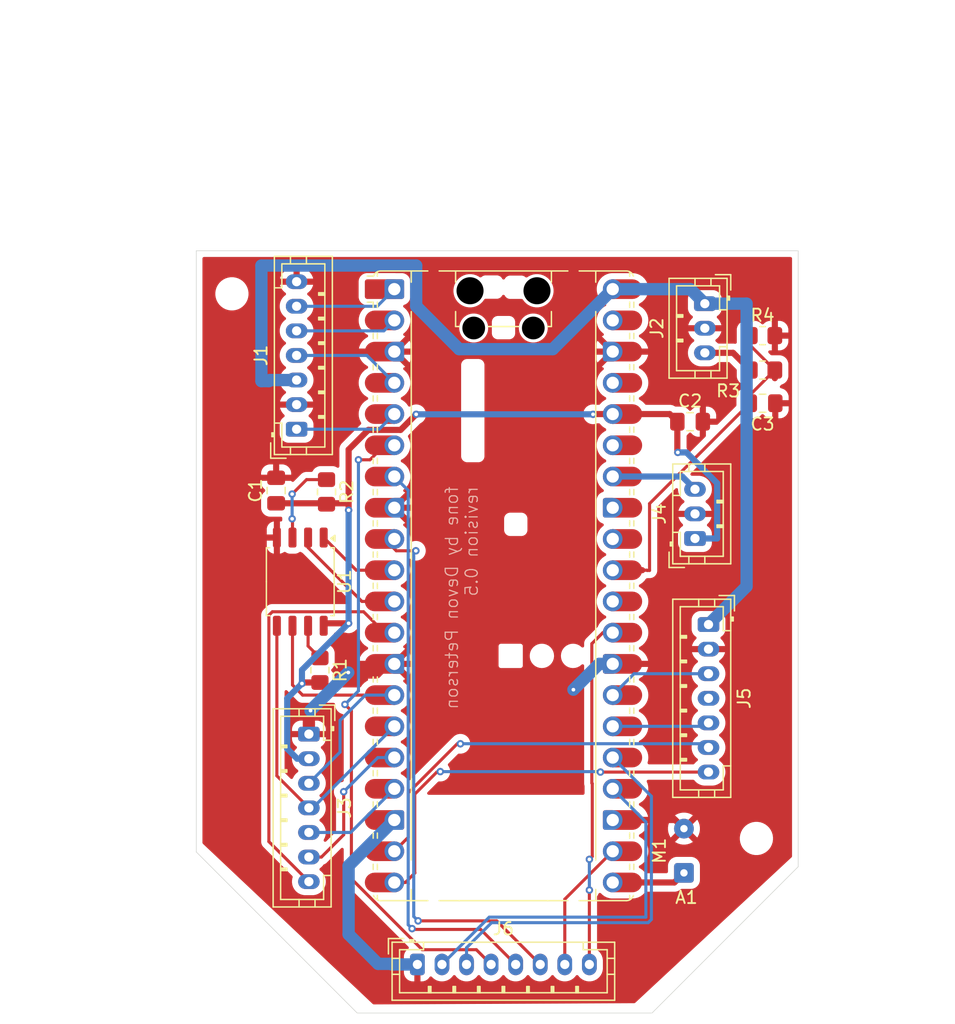
<source format=kicad_pcb>
(kicad_pcb (version 20241229) (generator "pcbnew") (generator_version "9.0")
  (title_block (title "fone") (date "2025-08-12") (rev "0.5") (company "Devon Peterson"))
  (layers (0 "F.Cu" signal) (2 "B.Cu" signal) (13 "F.Paste" user) (15 "B.Paste" user) (5 "F.SilkS" user "F.Silkscreen") (7 "B.SilkS" user "B.Silkscreen") (1 "F.Mask" user) (3 "B.Mask" user) (25 "Edge.Cuts" user))
  (net 0 "")
  (net 1 "Net-(A1-GPIO14)")
  (net 2 "Net-(A1-GPIO6)")
  (net 3 "Net-(A1-GPIO21)")
  (net 4 "Net-(A1-GPIO10)")
  (net 6 "GND")
  (net 7 "Net-(A1-GPIO0)")
  (net 8 "Net-(A1-GPIO2)")
  (net 9 "Net-(A1-GPIO11)")
  (net 10 "Net-(A1-GPIO28_ADC2)")
  (net 11 "Net-(A1-GPIO18)")
  (net 12 "Net-(A1-GPIO7)")
  (net 13 "Net-(A1-GPIO15)")
  (net 14 "Net-(A1-GPIO5)")
  (net 15 "Net-(A1-GPIO3)")
  (net 16 "Net-(A1-GPIO4)")
  (net 17 "Net-(A1-GPIO19)")
  (net 18 "Net-(A1-GPIO8)")
  (net 19 "Net-(A1-GPIO12)")
  (net 20 "+3V3")
  (net 21 "Net-(A1-GPIO26_ADC0)")
  (net 22 "Net-(A1-GPIO16)")
  (net 24 "Net-(A1-GPIO9)")
  (net 25 "Net-(A1-GPIO1)")
  (net 26 "Net-(A1-GPIO13)")
  (net 27 "+5V")
  (net 32 "Net-(A1-GPIO17)")
  (net 33 "Net-(A1-GPIO20)")
  (net 34 "Net-(A1-GPIO22)")
  (net 41 "Net-(J2-VBAT_SENSE)")
  (net 43 "Net-(U1-~{HOLD}{slash}~{RESET}{slash}IO_{3})")
  (net 44 "Net-(U1-~{WP}{slash}IO_{2})")
  (footprint "Connector_JST:JST_PH_B3B-PH-K_1x03_P2.00mm_Vertical" (layer "F.Cu") (at 148.4 70.3 -90)
    (property "Reference" "J2")
    (property "Value" "External_Battery_Board")
  )
  (footprint "Connector_JST:JST_PH_B3B-PH-K_1x03_P2.00mm_Vertical" (layer "F.Cu") (at 147.6 89.4 90)
    (property "Reference" "J4")
    (property "Value" "Micrpohone_Module")
  )
  (footprint "Connector_JST:JST_PH_B7B-PH-K_1x07_P2.00mm_Vertical" (layer "F.Cu") (at 116.165 105.3125 -90)
    (property "Reference" "J3")
    (property "Value" "2.42_OLED")
  )
  (footprint "Resistor_SMD:R_0805_2012Metric_Pad1.20x1.40mm_HandSolder" (layer "F.Cu") (at 117.6 85.6125 -90)
    (property "Reference" "R2")
    (property "Value" "100k")
  )
  (footprint "Resistor_SMD:R_0805_2012Metric_Pad1.20x1.40mm_HandSolder" (layer "F.Cu") (at 117.065 100.1125 -90)
    (property "Reference" "R1")
    (property "Value" "100k")
  )
  (footprint "Capacitor_SMD:C_0805_2012Metric_Pad1.18x1.45mm_HandSolder" (layer "F.Cu") (at 147.2 79.9)
    (property "Reference" "C2")
    (property "Value" "1uf")
  )
  (footprint "MountingHole:MountingHole_2.2mm_M2" (layer "F.Cu") (at 152.6 113.8)
    (property "Reference" "HOLE1" (hide yes))
    (property "Value" "MountingHole_2.2mm_M2")
  )
  (footprint "Resistor_SMD:R_0805_2012Metric_Pad1.20x1.40mm_HandSolder" (layer "F.Cu") (at 153.1 75.7 180)
    (property "Reference" "R3")
    (property "Value" "100k")
  )
  (footprint "Module:RaspberryPi_Pico_Common_Unspecified" (layer "F.Cu") (at 132.01 93.25)
    (property "Reference" "A1")
    (property "Value" "RaspberryPi_Pico")
  )
  (footprint "Capacitor_SMD:C_0805_2012Metric_Pad1.18x1.45mm_HandSolder" (layer "F.Cu") (at 153.1 78.4)
    (property "Reference" "C3")
    (property "Value" "0.1uf")
  )
  (footprint "Package_SO:SOIC-8_5.3x5.3mm_P1.27mm" (layer "F.Cu") (at 115.465 92.9125 -90)
    (property "Reference" "U1")
    (property "Value" "W25Q128JVS")
  )
  (footprint "Connector_JST:JST_PH_B7B-PH-K_1x07_P2.00mm_Vertical" (layer "F.Cu") (at 148.7 96.4 -90)
    (property "Reference" "J5")
    (property "Value" "MAX98357A")
  )
  (footprint "Connector_JST:JST_PH_B8B-PH-K_1x08_P2.00mm_Vertical" (layer "F.Cu") (at 125 124.05)
    (property "Reference" "J6")
    (property "Value" "Navigation_Module")
  )
  (footprint "Resistor_SMD:R_0805_2012Metric_Pad1.20x1.40mm_HandSolder" (layer "F.Cu") (at 153.1 72.9)
    (property "Reference" "R4")
    (property "Value" "100k")
  )
  (footprint "Connector_JST:JST_PH_B7B-PH-K_1x07_P2.00mm_Vertical" (layer "F.Cu") (at 115.165 80.5125 90)
    (property "Reference" "J1")
    (property "Value" "SIM7600G")
  )
  (footprint "Capacitor_SMD:C_0805_2012Metric_Pad1.18x1.45mm_HandSolder" (layer "F.Cu") (at 113.5 85.5 90)
    (property "Reference" "C1")
    (property "Value" "0.1uf")
  )
  (footprint "MountingHole:MountingHole_2.2mm_M2" (layer "F.Cu") (at 109.9 69.5)
    (property "Reference" "HOLE2" (hide yes))
    (property "Value" "MountingHole_2.2mm_M2")
  )
  (footprint "Connector_Wire:SolderWire-0.1sqmm_1x02_P3.6mm_D0.4mm_OD1mm" (layer "F.Cu") (at 146.7 116.6 90)
    (property "Reference" "M1")
    (property "Value" "Motor_DC")
  )
  (gr_line (start 107 114.9) (end 120.1 128) (stroke (width 0.05)) (layer "Edge.Cuts"))
  (gr_line (start 125.81 66) (end 107 66) (stroke (width 0.05)) (layer "Edge.Cuts"))
  (gr_line (start 125.81 66) (end 138.21 66) (stroke (width 0.05)) (layer "Edge.Cuts"))
  (gr_line (start 107 66) (end 107 114.9) (stroke (width 0.05)) (layer "Edge.Cuts"))
  (gr_line (start 156 66) (end 156 116.1) (stroke (width 0.05)) (layer "Edge.Cuts"))
  (gr_line (start 156 116.1) (end 144.1 128) (stroke (width 0.05)) (layer "Edge.Cuts"))
  (gr_line (start 138.21 66) (end 156 66) (stroke (width 0.05)) (layer "Edge.Cuts"))
  (gr_line (start 120.1 128) (end 144.1 128) (stroke (width 0.05)) (layer "Edge.Cuts"))
  (gr_text "fone by Devon Peterson\nrevision 0.5" (at 130 85.1 90) (layer "B.SilkS") (effects (font (size 1 1) (thickness 0.1)) (justify left bottom mirror)))
  (segment (start 128.249998 106.094) (end 124.251 110.092998) (width 0.25) (layer "F.Cu") (net 1))
  (segment (start 128.494 106.094) (end 128.5 106.1) (width 0.25) (layer "F.Cu") (net 1))
  (segment (start 124.251 113.709) (end 123.12 114.84) (width 0.25) (layer "F.Cu") (net 1))
  (segment (start 124.251 110.092998) (end 124.251 113.709) (width 0.25) (layer "F.Cu") (net 1))
  (segment (start 148.7 106.4) (end 148.394 106.094) (width 0.25) (layer "F.Cu") (net 1))
  (segment (start 128.249998 106.094) (end 128.494 106.094) (width 0.25) (layer "F.Cu") (net 1))
  (via (at 128.5 106.1) (size 0.6) (drill 0.3) (layers "F.Cu" "B.Cu") (net 1))
  (segment (start 128.506 106.094) (end 148.394 106.094) (width 0.25) (layer "B.Cu") (net 1))
  (segment (start 128.5 106.1) (end 128.506 106.094) (width 0.25) (layer "B.Cu") (net 1))
  (segment (start 148.394 106.094) (end 148.7 106.4) (width 0.25) (layer "B.Cu") (net 1))
  (segment (start 135 124.05) (end 131.452383 120.502383) (width 0.25) (layer "F.Cu") (net 2))
  (segment (start 123.28 90.4) (end 122.32 89.44) (width 0.25) (layer "F.Cu") (net 2))
  (segment (start 131.452383 120.502383) (end 125.056386 120.502383) (width 0.25) (layer "F.Cu") (net 2))
  (segment (start 124.876 90.4) (end 123.28 90.4) (width 0.25) (layer "F.Cu") (net 2))
  (via (at 124.876 90.4) (size 0.6) (drill 0.3) (layers "F.Cu" "B.Cu") (net 2))
  (via (at 125.056386 120.502383) (size 0.6) (drill 0.3) (layers "F.Cu" "B.Cu") (net 2))
  (segment (start 124.702 90.574) (end 124.876 90.4) (width 0.25) (layer "B.Cu") (net 2))
  (segment (start 124.702 120.147997) (end 124.702 90.574) (width 0.25) (layer "B.Cu") (net 2))
  (segment (start 125.056386 120.502383) (end 124.702 120.147997) (width 0.25) (layer "B.Cu") (net 2))
  (segment (start 148.7 100.4) (end 142.64 100.4) (width 0.25) (layer "B.Cu") (net 3))
  (segment (start 142.64 100.4) (end 140.9 102.14) (width 0.25) (layer "B.Cu") (net 3))
  (segment (start 114.83 101.315298) (end 115.654702 102.14) (width 0.25) (layer "F.Cu") (net 4))
  (segment (start 115.654702 102.14) (end 122.32 102.14) (width 0.25) (layer "F.Cu") (net 4))
  (segment (start 114.83 96.5) (end 114.83 101.315298) (width 0.25) (layer "F.Cu") (net 4))
  (segment (start 118.7 106.7775) (end 118.7 104.2) (width 0.25) (layer "B.Cu") (net 4))
  (segment (start 116.165 109.3125) (end 118.7 106.7775) (width 0.25) (layer "B.Cu") (net 4))
  (segment (start 118.7 104.2) (end 120.76 102.14) (width 0.25) (layer "B.Cu") (net 4))
  (segment (start 120.76 102.14) (end 123.12 102.14) (width 0.25) (layer "B.Cu") (net 4))
  (segment (start 141.7 112.3) (end 146 112.3) (width 0.5) (layer "F.Cu") (net 6))
  (segment (start 116.165 105.3125) (end 116.165 103.535) (width 1) (layer "F.Cu") (net 6))
  (segment (start 142.5375 74.2) (end 141.7 74.2) (width 0.5) (layer "F.Cu") (net 6))
  (segment (start 146 112.3) (end 146.7 113) (width 0.5) (layer "F.Cu") (net 6))
  (segment (start 119.374 100.3) (end 121.62 100.3) (width 1) (layer "F.Cu") (net 6))
  (segment (start 116.165 103.535) (end 116.3 103.4) (width 1) (layer "F.Cu") (net 6))
  (segment (start 121.62 100.3) (end 122.32 99.6) (width 1) (layer "F.Cu") (net 6))
  (via (at 137.7 101.7) (size 0.6) (drill 0.3) (layers "F.Cu" "B.Cu") (net 6))
  (via (at 119.374 100.3) (size 0.6) (drill 0.3) (layers "F.Cu" "B.Cu") (net 6))
  (via (at 116.3 103.4) (size 0.6) (drill 0.3) (layers "F.Cu" "B.Cu") (net 6))
  (segment (start 139.8 99.6) (end 137.7 101.7) (width 1) (layer "B.Cu") (net 6))
  (segment (start 122.95 124.05) (end 125 124.05) (width 1) (layer "B.Cu") (net 6))
  (segment (start 123.12 112.3) (end 119.4 116.02) (width 1) (layer "B.Cu") (net 6))
  (segment (start 121.8 124) (end 122.9 124) (width 1) (layer "B.Cu") (net 6))
  (segment (start 122.9 124) (end 122.95 124.05) (width 1) (layer "B.Cu") (net 6))
  (segment (start 119.4 121.6) (end 121.8 124) (width 1) (layer "B.Cu") (net 6))
  (segment (start 116.3 103.374) (end 119.374 100.3) (width 1) (layer "B.Cu") (net 6))
  (segment (start 116.3 103.4) (end 116.3 103.374) (width 1) (layer "B.Cu") (net 6))
  (segment (start 119.4 116.02) (end 119.4 121.6) (width 1) (layer "B.Cu") (net 6))
  (segment (start 140.9 99.6) (end 139.8 99.6) (width 1) (layer "B.Cu") (net 6))
  (segment (start 121.7275 70.5125) (end 123.12 69.12) (width 0.25) (layer "B.Cu") (net 7))
  (segment (start 115.165 70.5125) (end 121.7275 70.5125) (width 0.25) (layer "B.Cu") (net 7))
  (segment (start 115.165 74.5125) (end 120.8925 74.5125) (width 0.25) (layer "B.Cu") (net 8))
  (segment (start 120.8925 74.5125) (end 123.12 76.74) (width 0.25) (layer "B.Cu") (net 8))
  (segment (start 116.165 111.3125) (end 113.56 108.7075) (width 0.25) (layer "F.Cu") (net 9))
  (segment (start 113.56 108.7075) (end 113.56 96.5) (width 0.25) (layer "F.Cu") (net 9))
  (segment (start 116.4875 111.3125) (end 116.165 111.3125) (width 0.25) (layer "B.Cu") (net 9))
  (segment (start 123.12 104.68) (end 116.4875 111.3125) (width 0.25) (layer "B.Cu") (net 9))
  (segment (start 146.56 84.36) (end 147.6 85.4) (width 0.5) (layer "B.Cu") (net 10))
  (segment (start 140.9 84.36) (end 146.56 84.36) (width 0.5) (layer "B.Cu") (net 10))
  (segment (start 140.9 109.76) (end 143.6 112.46) (width 0.25) (layer "B.Cu") (net 11))
  (segment (start 143.6 120.2) (end 130.85 120.2) (width 0.25) (layer "B.Cu") (net 11))
  (segment (start 130.85 120.2) (end 127 124.05) (width 0.25) (layer "B.Cu") (net 11))
  (segment (start 143.6 112.46) (end 143.6 120.2) (width 0.25) (layer "B.Cu") (net 11))
  (segment (start 122.32 91.98) (end 120.025 91.98) (width 0.25) (layer "F.Cu") (net 12))
  (segment (start 120.025 91.98) (end 117.37 89.325) (width 0.25) (layer "F.Cu") (net 12))
  (segment (start 139.9 108.4) (end 148.7 108.4) (width 0.25) (layer "F.Cu") (net 13))
  (segment (start 126.581808 108.4) (end 124.784 110.197808) (width 0.25) (layer "F.Cu") (net 13))
  (segment (start 124.784 116.584) (end 124.8 116.6) (width 0.25) (layer "F.Cu") (net 13))
  (segment (start 124.8 116.6) (end 124.02 117.38) (width 0.25) (layer "F.Cu") (net 13))
  (segment (start 126.827882 108.4) (end 126.863941 108.363941) (width 0.25) (layer "F.Cu") (net 13))
  (segment (start 126.581808 108.4) (end 126.827882 108.4) (width 0.25) (layer "F.Cu") (net 13))
  (segment (start 124.02 117.38) (end 123.12 117.38) (width 0.25) (layer "F.Cu") (net 13))
  (segment (start 124.784 110.197808) (end 124.784 116.584) (width 0.25) (layer "F.Cu") (net 13))
  (via (at 139.9 108.4) (size 0.6) (drill 0.3) (layers "F.Cu" "B.Cu") (net 13))
  (via (at 126.863941 108.363941) (size 0.6) (drill 0.3) (layers "F.Cu" "B.Cu") (net 13))
  (segment (start 139.863941 108.363941) (end 139.9 108.4) (width 0.25) (layer "B.Cu") (net 13))
  (segment (start 126.863941 108.363941) (end 139.863941 108.363941) (width 0.25) (layer "B.Cu") (net 13))
  (segment (start 133 124.05) (end 130.15 121.2) (width 0.25) (layer "F.Cu") (net 14))
  (segment (start 124.5 121.2) (end 124.565739 121.134261) (width 0.25) (layer "F.Cu") (net 14))
  (segment (start 130.15 121.2) (end 124.5 121.2) (width 0.25) (layer "F.Cu") (net 14))
  (via (at 124.565739 121.134261) (size 0.6) (drill 0.3) (layers "F.Cu" "B.Cu") (net 14))
  (segment (start 124.251 117.495) (end 124.251 85.491) (width 0.25) (layer "B.Cu") (net 14))
  (segment (start 124.246 120.814522) (end 124.246 117.5) (width 0.25) (layer "B.Cu") (net 14))
  (segment (start 124.246 117.5) (end 124.251 117.495) (width 0.25) (layer "B.Cu") (net 14))
  (segment (start 124.565739 121.134261) (end 124.246 120.814522) (width 0.25) (layer "B.Cu") (net 14))
  (segment (start 124.251 85.491) (end 123.12 84.36) (width 0.25) (layer "B.Cu") (net 14))
  (segment (start 121.8875 80.5125) (end 123.12 79.28) (width 0.25) (layer "B.Cu") (net 15))
  (segment (start 115.165 80.5125) (end 121.8875 80.5125) (width 0.25) (layer "B.Cu") (net 15))
  (segment (start 119.626 117.078406) (end 119.626 103.426) (width 0.25) (layer "F.Cu") (net 16))
  (segment (start 125.396594 122.849) (end 119.626 117.078406) (width 0.25) (layer "F.Cu") (net 16))
  (segment (start 119.626 103.426) (end 119.1 102.9) (width 0.25) (layer "F.Cu") (net 16))
  (segment (start 121.14 83) (end 122.32 81.82) (width 0.25) (layer "F.Cu") (net 16))
  (segment (start 131 124.05) (end 129.799 122.849) (width 0.25) (layer "F.Cu") (net 16))
  (segment (start 129.799 122.849) (end 125.396594 122.849) (width 0.25) (layer "F.Cu") (net 16))
  (segment (start 120.2 83) (end 121.14 83) (width 0.25) (layer "F.Cu") (net 16))
  (via (at 120.2 83) (size 0.6) (drill 0.3) (layers "F.Cu" "B.Cu") (net 16))
  (via (at 119.1 102.9) (size 0.6) (drill 0.3) (layers "F.Cu" "B.Cu") (net 16))
  (segment (start 119.1 102.9) (end 120.2 101.8) (width 0.25) (layer "B.Cu") (net 16))
  (segment (start 120.2 101.8) (end 120.2 83) (width 0.25) (layer "B.Cu") (net 16))
  (segment (start 129 122.68781) (end 129 124.05) (width 0.25) (layer "B.Cu") (net 17))
  (segment (start 144.051 120.38681) (end 143.78681 120.651) (width 0.25) (layer "B.Cu") (net 17))
  (segment (start 143.78681 120.651) (end 131.03681 120.651) (width 0.25) (layer "B.Cu") (net 17))
  (segment (start 131.03681 120.651) (end 129 122.68781) (width 0.25) (layer "B.Cu") (net 17))
  (segment (start 144.051 110.371) (end 144.051 120.38681) (width 0.25) (layer "B.Cu") (net 17))
  (segment (start 140.9 107.22) (end 144.051 110.371) (width 0.25) (layer "B.Cu") (net 17))
  (segment (start 116.1 89.325) (end 116.1 90.137499) (width 0.25) (layer "F.Cu") (net 18))
  (segment (start 116.1 90.137499) (end 120.482501 94.52) (width 0.25) (layer "F.Cu") (net 18))
  (segment (start 120.482501 94.52) (end 122.32 94.52) (width 0.25) (layer "F.Cu") (net 18))
  (segment (start 119 110) (end 119 113.5) (width 0.25) (layer "F.Cu") (net 19))
  (segment (start 119 113.5) (end 117.1875 115.3125) (width 0.25) (layer "F.Cu") (net 19))
  (segment (start 117.1875 115.3125) (end 116.165 115.3125) (width 0.25) (layer "F.Cu") (net 19))
  (via (at 119 110) (size 0.6) (drill 0.3) (layers "F.Cu" "B.Cu") (net 19))
  (segment (start 121.78 107.22) (end 119 110) (width 0.25) (layer "B.Cu") (net 19))
  (segment (start 123.12 107.22) (end 121.78 107.22) (width 0.25) (layer "B.Cu") (net 19))
  (segment (start 115.6875 101.1125) (end 115.6 101.2) (width 0.5) (layer "F.Cu") (net 20))
  (segment (start 117.57 96.3) (end 117.37 96.5) (width 0.5) (layer "F.Cu") (net 20))
  (segment (start 145.5425 79.28) (end 146.1625 79.9) (width 0.5) (layer "F.Cu") (net 20))
  (segment (start 121.001818 80.569) (end 119.4 82.170818) (width 0.5) (layer "F.Cu") (net 20))
  (segment (start 119.4 96.3) (end 117.57 96.3) (width 0.5) (layer "F.Cu") (net 20))
  (segment (start 146.1625 82.3625) (end 146.2 82.4) (width 0.5) (layer "F.Cu") (net 20))
  (segment (start 117.065 101.1125) (end 115.6875 101.1125) (width 0.5) (layer "F.Cu") (net 20))
  (segment (start 124.9 79.3) (end 123.631 80.569) (width 0.5) (layer "F.Cu") (net 20))
  (segment (start 119.3375 86.5375) (end 113.5 86.5375) (width 0.5) (layer "F.Cu") (net 20))
  (segment (start 119.4 82.170818) (end 119.4 87.1) (width 0.5) (layer "F.Cu") (net 20))
  (segment (start 139.32 79.28) (end 139.3 79.3) (width 0.5) (layer "F.Cu") (net 20))
  (segment (start 146.1625 79.9) (end 146.1625 82.3625) (width 0.5) (layer "F.Cu") (net 20))
  (segment (start 123.631 80.569) (end 121.001818 80.569) (width 0.5) (layer "F.Cu") (net 20))
  (segment (start 140.9 79.28) (end 139.32 79.28) (width 0.5) (layer "F.Cu") (net 20))
  (segment (start 141.7 79.28) (end 145.5425 79.28) (width 0.5) (layer "F.Cu") (net 20))
  (via (at 124.9 79.3) (size 0.6) (drill 0.3) (layers "F.Cu" "B.Cu") (net 20))
  (via (at 115.6 101.2) (size 0.6) (drill 0.3) (layers "F.Cu" "B.Cu") (net 20))
  (via (at 119.4 96.3) (size 0.6) (drill 0.3) (layers "F.Cu" "B.Cu") (net 20))
  (via (at 139.3 79.3) (size 0.6) (drill 0.3) (layers "F.Cu" "B.Cu") (net 20))
  (via (at 119.4 87.1) (size 0.6) (drill 0.3) (layers "F.Cu" "B.Cu") (net 20))
  (via (at 146.2 82.4) (size 0.6) (drill 0.3) (layers "F.Cu" "B.Cu") (net 20))
  (segment (start 149.4 89.4) (end 147.6 89.4) (width 0.5) (layer "B.Cu") (net 20))
  (segment (start 139.3 79.3) (end 124.9 79.3) (width 0.5) (layer "B.Cu") (net 20))
  (segment (start 149.4 84.9) (end 149.4 89.4) (width 0.5) (layer "B.Cu") (net 20))
  (segment (start 119.4 96.3) (end 115.6 100.1) (width 0.5) (layer "B.Cu") (net 20))
  (segment (start 119.4 87.1) (end 119.4 96.3) (width 0.5) (layer "B.Cu") (net 20))
  (segment (start 146.2 82.4) (end 146.9 82.4) (width 0.5) (layer "B.Cu") (net 20))
  (segment (start 114.4 102.4) (end 114.4 106.5) (width 0.5) (layer "B.Cu") (net 20))
  (segment (start 115.6 100.1) (end 115.6 101.2) (width 0.5) (layer "B.Cu") (net 20))
  (segment (start 114.4 106.5) (end 115.2125 107.3125) (width 0.5) (layer "B.Cu") (net 20))
  (segment (start 146.9 82.4) (end 149.4 84.9) (width 0.5) (layer "B.Cu") (net 20))
  (segment (start 115.6 101.2) (end 114.4 102.4) (width 0.5) (layer "B.Cu") (net 20))
  (segment (start 115.2125 107.3125) (end 116.165 107.3125) (width 0.5) (layer "B.Cu") (net 20))
  (segment (start 143.3 91.98) (end 141.7 91.98) (width 0.5) (layer "F.Cu") (net 21))
  (segment (start 143.68 91.98) (end 141.7 91.98) (width 0.25) (layer "F.Cu") (net 21))
  (segment (start 152.1 73.7) (end 154.1 75.7) (width 0.25) (layer "F.Cu") (net 21))
  (segment (start 154.1 75.7) (end 154.1 76.3625) (width 0.5) (layer "F.Cu") (net 21))
  (segment (start 143.7 92) (end 143.68 91.98) (width 0.25) (layer "F.Cu") (net 21))
  (segment (start 143.9 92) (end 143.7 92) (width 0.25) (layer "F.Cu") (net 21))
  (segment (start 152.1 72.9) (end 152.1 73.7) (width 0.25) (layer "F.Cu") (net 21))
  (segment (start 143.9 86.5625) (end 143.9 92) (width 0.25) (layer "F.Cu") (net 21))
  (segment (start 154.1 75.7) (end 152.0625 77.7375) (width 0.25) (layer "F.Cu") (net 21))
  (segment (start 152.0625 78.4) (end 152.0625 78.4375) (width 0.5) (layer "F.Cu") (net 21))
  (segment (start 152.0625 78.4) (end 143.9 86.5625) (width 0.25) (layer "F.Cu") (net 21))
  (segment (start 152.0625 77.7375) (end 152.0625 78.4) (width 0.25) (layer "F.Cu") (net 21))
  (segment (start 145.92 117.38) (end 146.7 116.6) (width 0.5) (layer "F.Cu") (net 22))
  (segment (start 141.7 117.38) (end 145.92 117.38) (width 0.5) (layer "F.Cu") (net 22))
  (segment (start 116.165 117.3125) (end 112.909 114.0565) (width 0.25) (layer "F.Cu") (net 24))
  (segment (start 113.190654 95.3615) (end 120.6215 95.3615) (width 0.25) (layer "F.Cu") (net 24))
  (segment (start 112.909 114.0565) (end 112.909 95.643154) (width 0.25) (layer "F.Cu") (net 24))
  (segment (start 112.909 95.643154) (end 113.190654 95.3615) (width 0.25) (layer "F.Cu") (net 24))
  (segment (start 120.6215 95.3615) (end 122.32 97.06) (width 0.25) (layer "F.Cu") (net 24))
  (segment (start 115.165 72.5125) (end 122.2675 72.5125) (width 0.25) (layer "B.Cu") (net 25))
  (segment (start 122.2675 72.5125) (end 123.12 71.66) (width 0.25) (layer "B.Cu") (net 25))
  (segment (start 123.12 109.76) (end 119.5675 113.3125) (width 0.25) (layer "B.Cu") (net 26))
  (segment (start 119.5675 113.3125) (end 116.165 113.3125) (width 0.25) (layer "B.Cu") (net 26))
  (segment (start 124.9 67.2) (end 112.3 67.2) (width 1) (layer "B.Cu") (net 27))
  (segment (start 112.9 76.6) (end 112.9875 76.5125) (width 1) (layer "B.Cu") (net 27))
  (segment (start 151.8 70.3) (end 148.4 70.3) (width 1) (layer "B.Cu") (net 27))
  (segment (start 128.4 74) (end 124.9 70.5) (width 1) (layer "B.Cu") (net 27))
  (segment (start 151.8 93.3) (end 151.8 70.3) (width 1) (layer "B.Cu") (net 27))
  (segment (start 148.7 96.4) (end 151.8 93.3) (width 1) (layer "B.Cu") (net 27))
  (segment (start 112.9875 76.5125) (end 115.165 76.5125) (width 1) (layer "B.Cu") (net 27))
  (segment (start 112.3 76.6) (end 112.9 76.6) (width 1) (layer "B.Cu") (net 27))
  (segment (start 140.9 69.12) (end 147.22 69.12) (width 1) (layer "B.Cu") (net 27))
  (segment (start 112.3 67.2) (end 112.3 76.6) (width 1) (layer "B.Cu") (net 27))
  (segment (start 147.22 69.12) (end 148.4 70.3) (width 1) (layer "B.Cu") (net 27))
  (segment (start 124.9 70.5) (end 124.9 67.2) (width 1) (layer "B.Cu") (net 27))
  (segment (start 140.9 69.12) (end 136.02 74) (width 1) (layer "B.Cu") (net 27))
  (segment (start 136.02 74) (end 128.4 74) (width 1) (layer "B.Cu") (net 27))
  (segment (start 137 118.74) (end 137 124.05) (width 0.25) (layer "F.Cu") (net 32))
  (segment (start 140.9 114.84) (end 137 118.74) (width 0.25) (layer "F.Cu") (net 32))
  (segment (start 141.98 104.4) (end 141.7 104.68) (width 0.25) (layer "F.Cu") (net 33))
  (segment (start 148.4 104.4) (end 148.12 104.68) (width 0.25) (layer "B.Cu") (net 33))
  (segment (start 148.12 104.68) (end 140.9 104.68) (width 0.25) (layer "B.Cu") (net 33))
  (segment (start 148.7 104.4) (end 148.4 104.4) (width 0.25) (layer "B.Cu") (net 33))
  (segment (start 139 124.05) (end 139 118) (width 0.25) (layer "F.Cu") (net 34))
  (segment (start 140.1 97.06) (end 139.2 97.96) (width 0.25) (layer "F.Cu") (net 34))
  (segment (start 139.2 97.96) (end 139.2 109.3) (width 0.25) (layer "F.Cu") (net 34))
  (segment (start 139.2 109.3) (end 139.236 109.336) (width 0.25) (layer "F.Cu") (net 34))
  (segment (start 140.9 97.06) (end 140.1 97.06) (width 0.25) (layer "F.Cu") (net 34))
  (segment (start 139.236 109.336) (end 139.236 115.264) (width 0.25) (layer "F.Cu") (net 34))
  (segment (start 139.236 115.264) (end 139 115.5) (width 0.25) (layer "F.Cu") (net 34))
  (via (at 139 115.5) (size 0.6) (drill 0.3) (layers "F.Cu" "B.Cu") (net 34))
  (via (at 139 118) (size 0.6) (drill 0.3) (layers "F.Cu" "B.Cu") (net 34))
  (segment (start 139 118) (end 139 115.5) (width 0.25) (layer "B.Cu") (net 34))
  (segment (start 150.7 74.3) (end 152.1 75.7) (width 0.5) (layer "F.Cu") (net 41))
  (segment (start 148.4 74.3) (end 150.7 74.3) (width 0.5) (layer "F.Cu") (net 41))
  (segment (start 116.1 98.1475) (end 117.065 99.1125) (width 0.25) (layer "F.Cu") (net 43))
  (segment (start 116.1 96.5) (end 116.1 98.1475) (width 0.25) (layer "F.Cu") (net 43))
  (segment (start 115.975 84.6125) (end 117.6 84.6125) (width 0.25) (layer "F.Cu") (net 44))
  (segment (start 114.83 87.83) (end 114.8 87.8) (width 0.25) (layer "F.Cu") (net 44))
  (segment (start 114.83 89.325) (end 114.83 87.83) (width 0.25) (layer "F.Cu") (net 44))
  (segment (start 114.8 85.7875) (end 115.975 84.6125) (width 0.25) (layer "F.Cu") (net 44))
  (via (at 114.8 87.8) (size 0.6) (drill 0.3) (layers "F.Cu" "B.Cu") (net 44))
  (via (at 114.8 85.7875) (size 0.6) (drill 0.3) (layers "F.Cu" "B.Cu") (net 44))
  (segment (start 114.8 87.8) (end 114.8 85.7875) (width 0.25) (layer "B.Cu") (net 44))
  (zone (net 6) (net_name "GND") (layer "F.Cu") (connect_pads (clearance 0.5)) (min_thickness 0.25) (fill yes (thermal_gap 0.5) (thermal_bridge_width 0.5))
    (polygon (pts (xy 155.7 67.5) (xy 155.5 115.3) (xy 142.7 127.2) (xy 121.4 127.3) (xy 107.5 114.2) (xy 107.2 66.2) (xy 155.7 66.3)))
  )
)
</source>
